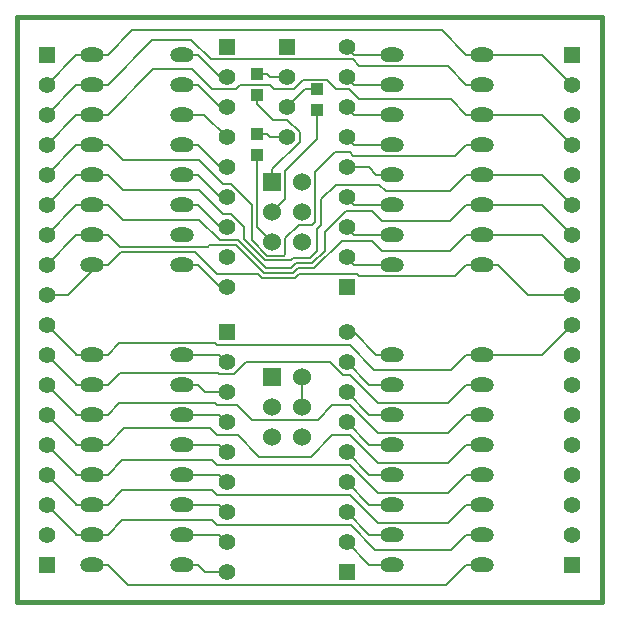
<source format=gtl>
G04 (created by PCBNEW-RS274X (2011-07-08)-stable) date Sun 02 Oct 2011 11:42:34 AM CEST*
G01*
G70*
G90*
%MOIN*%
G04 Gerber Fmt 3.4, Leading zero omitted, Abs format*
%FSLAX34Y34*%
G04 APERTURE LIST*
%ADD10C,0.006000*%
%ADD11C,0.015000*%
%ADD12R,0.043300X0.039300*%
%ADD13R,0.060000X0.060000*%
%ADD14C,0.060000*%
%ADD15R,0.055000X0.055000*%
%ADD16C,0.055000*%
%ADD17O,0.080000X0.050000*%
%ADD18C,0.008000*%
G04 APERTURE END LIST*
G54D10*
G54D11*
X76250Y-13750D02*
X76250Y-33250D01*
X56750Y-13750D02*
X76250Y-13750D01*
X56750Y-33250D02*
X76250Y-33250D01*
X56750Y-13750D02*
X56750Y-33250D01*
G54D12*
X64750Y-16334D03*
X64750Y-15666D03*
X66750Y-16834D03*
X66750Y-16166D03*
X64750Y-18334D03*
X64750Y-17666D03*
G54D13*
X65250Y-25750D03*
G54D14*
X66250Y-25750D03*
X65250Y-26750D03*
X66250Y-26750D03*
X65250Y-27750D03*
X66250Y-27750D03*
G54D13*
X65250Y-19250D03*
G54D14*
X66250Y-19250D03*
X65250Y-20250D03*
X66250Y-20250D03*
X65250Y-21250D03*
X66250Y-21250D03*
G54D15*
X65750Y-14750D03*
G54D16*
X65750Y-15750D03*
X65750Y-16750D03*
X65750Y-17750D03*
G54D15*
X67750Y-32250D03*
G54D16*
X67750Y-31250D03*
X67750Y-30250D03*
X67750Y-29250D03*
X67750Y-28250D03*
X67750Y-27250D03*
X67750Y-26250D03*
X67750Y-25250D03*
X67750Y-24250D03*
G54D15*
X67750Y-22750D03*
G54D16*
X67750Y-21750D03*
X67750Y-20750D03*
X67750Y-19750D03*
X67750Y-18750D03*
X67750Y-17750D03*
X67750Y-16750D03*
X67750Y-15750D03*
X67750Y-14750D03*
G54D15*
X63750Y-24250D03*
G54D16*
X63750Y-25250D03*
X63750Y-26250D03*
X63750Y-27250D03*
X63750Y-28250D03*
X63750Y-29250D03*
X63750Y-30250D03*
X63750Y-31250D03*
X63750Y-32250D03*
G54D15*
X63750Y-14750D03*
G54D16*
X63750Y-15750D03*
X63750Y-16750D03*
X63750Y-17750D03*
X63750Y-18750D03*
X63750Y-19750D03*
X63750Y-20750D03*
X63750Y-21750D03*
X63750Y-22750D03*
G54D15*
X75250Y-32000D03*
G54D16*
X75250Y-31000D03*
X75250Y-30000D03*
X75250Y-29000D03*
X75250Y-28000D03*
X75250Y-27000D03*
X75250Y-26000D03*
X75250Y-25000D03*
X75250Y-24000D03*
G54D15*
X75250Y-15000D03*
G54D16*
X75250Y-16000D03*
X75250Y-17000D03*
X75250Y-18000D03*
X75250Y-19000D03*
X75250Y-20000D03*
X75250Y-21000D03*
X75250Y-22000D03*
X75250Y-23000D03*
G54D15*
X57750Y-32000D03*
G54D16*
X57750Y-31000D03*
X57750Y-30000D03*
X57750Y-29000D03*
X57750Y-28000D03*
X57750Y-27000D03*
X57750Y-26000D03*
X57750Y-25000D03*
X57750Y-24000D03*
G54D15*
X57750Y-15000D03*
G54D16*
X57750Y-16000D03*
X57750Y-17000D03*
X57750Y-18000D03*
X57750Y-19000D03*
X57750Y-20000D03*
X57750Y-21000D03*
X57750Y-22000D03*
X57750Y-23000D03*
G54D17*
X59250Y-15000D03*
X59250Y-16000D03*
X59250Y-17000D03*
X59250Y-18000D03*
X59250Y-19000D03*
X59250Y-20000D03*
X59250Y-21000D03*
X59250Y-22000D03*
X62250Y-22000D03*
X62250Y-21000D03*
X62250Y-20000D03*
X62250Y-19000D03*
X62250Y-18000D03*
X62250Y-17000D03*
X62250Y-16000D03*
X62250Y-15000D03*
X72250Y-22000D03*
X72250Y-21000D03*
X72250Y-20000D03*
X72250Y-19000D03*
X72250Y-18000D03*
X72250Y-17000D03*
X72250Y-16000D03*
X72250Y-15000D03*
X69250Y-15000D03*
X69250Y-16000D03*
X69250Y-17000D03*
X69250Y-18000D03*
X69250Y-19000D03*
X69250Y-20000D03*
X69250Y-21000D03*
X69250Y-22000D03*
X72250Y-32000D03*
X72250Y-31000D03*
X72250Y-30000D03*
X72250Y-29000D03*
X72250Y-28000D03*
X72250Y-27000D03*
X72250Y-26000D03*
X72250Y-25000D03*
X69250Y-25000D03*
X69250Y-26000D03*
X69250Y-27000D03*
X69250Y-28000D03*
X69250Y-29000D03*
X69250Y-30000D03*
X69250Y-31000D03*
X69250Y-32000D03*
X59250Y-25000D03*
X59250Y-26000D03*
X59250Y-27000D03*
X59250Y-28000D03*
X59250Y-29000D03*
X59250Y-30000D03*
X59250Y-31000D03*
X59250Y-32000D03*
X62250Y-32000D03*
X62250Y-31000D03*
X62250Y-30000D03*
X62250Y-29000D03*
X62250Y-28000D03*
X62250Y-27000D03*
X62250Y-26000D03*
X62250Y-25000D03*
G54D18*
X65268Y-17171D02*
X64750Y-16653D01*
X65758Y-17171D02*
X65268Y-17171D01*
X66168Y-17581D02*
X65758Y-17171D01*
X66168Y-17909D02*
X66168Y-17581D01*
X65250Y-18827D02*
X66168Y-17909D01*
X65250Y-19250D02*
X65250Y-18827D01*
X64750Y-16334D02*
X64750Y-16653D01*
X66750Y-17832D02*
X66750Y-16834D01*
X65692Y-18890D02*
X66750Y-17832D01*
X65692Y-19808D02*
X65692Y-18890D01*
X65250Y-20250D02*
X65692Y-19808D01*
X64750Y-20750D02*
X64750Y-18653D01*
X65250Y-21250D02*
X64750Y-20750D01*
X64750Y-18334D02*
X64750Y-18653D01*
X71047Y-32680D02*
X71727Y-32000D01*
X60453Y-32680D02*
X71047Y-32680D01*
X59773Y-32000D02*
X60453Y-32680D01*
X59250Y-32000D02*
X59773Y-32000D01*
X72250Y-32000D02*
X71727Y-32000D01*
X71227Y-31500D02*
X71727Y-31000D01*
X68682Y-31500D02*
X71227Y-31500D01*
X67873Y-30691D02*
X68682Y-31500D01*
X63423Y-30691D02*
X67873Y-30691D01*
X63255Y-30523D02*
X63423Y-30691D01*
X60250Y-30523D02*
X63255Y-30523D01*
X59773Y-31000D02*
X60250Y-30523D01*
X72250Y-31000D02*
X71727Y-31000D01*
X59431Y-31000D02*
X59773Y-31000D01*
X59431Y-31000D02*
X59250Y-31000D01*
X58727Y-30977D02*
X57750Y-30000D01*
X58727Y-31000D02*
X58727Y-30977D01*
X59250Y-31000D02*
X58727Y-31000D01*
X71101Y-30626D02*
X71727Y-30000D01*
X68775Y-30626D02*
X71101Y-30626D01*
X67840Y-29691D02*
X68775Y-30626D01*
X63423Y-29691D02*
X67840Y-29691D01*
X63255Y-29523D02*
X63423Y-29691D01*
X60250Y-29523D02*
X63255Y-29523D01*
X59773Y-30000D02*
X60250Y-29523D01*
X72250Y-30000D02*
X71727Y-30000D01*
X59431Y-30000D02*
X59773Y-30000D01*
X59431Y-30000D02*
X59250Y-30000D01*
X58727Y-29977D02*
X57750Y-29000D01*
X58727Y-30000D02*
X58727Y-29977D01*
X59250Y-30000D02*
X58727Y-30000D01*
X71101Y-29626D02*
X71727Y-29000D01*
X68775Y-29626D02*
X71101Y-29626D01*
X67840Y-28691D02*
X68775Y-29626D01*
X63423Y-28691D02*
X67840Y-28691D01*
X63255Y-28523D02*
X63423Y-28691D01*
X60250Y-28523D02*
X63255Y-28523D01*
X59773Y-29000D02*
X60250Y-28523D01*
X72250Y-29000D02*
X71727Y-29000D01*
X59431Y-29000D02*
X59773Y-29000D01*
X59431Y-29000D02*
X59250Y-29000D01*
X58727Y-28977D02*
X57750Y-28000D01*
X58727Y-29000D02*
X58727Y-28977D01*
X59250Y-29000D02*
X58727Y-29000D01*
X71101Y-28626D02*
X71727Y-28000D01*
X68775Y-28626D02*
X71101Y-28626D01*
X67840Y-27691D02*
X68775Y-28626D01*
X67260Y-27691D02*
X67840Y-27691D01*
X66543Y-28408D02*
X67260Y-27691D01*
X64818Y-28408D02*
X66543Y-28408D01*
X64101Y-27691D02*
X64818Y-28408D01*
X63424Y-27691D02*
X64101Y-27691D01*
X63174Y-27441D02*
X63424Y-27691D01*
X60332Y-27441D02*
X63174Y-27441D01*
X59773Y-28000D02*
X60332Y-27441D01*
X72250Y-28000D02*
X71727Y-28000D01*
X59431Y-28000D02*
X59773Y-28000D01*
X59431Y-28000D02*
X59250Y-28000D01*
X58727Y-27977D02*
X57750Y-27000D01*
X58727Y-28000D02*
X58727Y-27977D01*
X59250Y-28000D02*
X58727Y-28000D01*
X71101Y-27626D02*
X71727Y-27000D01*
X68775Y-27626D02*
X71101Y-27626D01*
X67840Y-26691D02*
X68775Y-27626D01*
X67260Y-26691D02*
X67840Y-26691D01*
X66768Y-27183D02*
X67260Y-26691D01*
X64570Y-27183D02*
X66768Y-27183D01*
X64078Y-26691D02*
X64570Y-27183D01*
X63423Y-26691D02*
X64078Y-26691D01*
X63356Y-26624D02*
X63423Y-26691D01*
X60149Y-26624D02*
X63356Y-26624D01*
X59773Y-27000D02*
X60149Y-26624D01*
X72250Y-27000D02*
X71727Y-27000D01*
X59431Y-27000D02*
X59773Y-27000D01*
X59431Y-27000D02*
X59250Y-27000D01*
X58727Y-26977D02*
X57750Y-26000D01*
X58727Y-27000D02*
X58727Y-26977D01*
X59250Y-27000D02*
X58727Y-27000D01*
X72250Y-26000D02*
X71727Y-26000D01*
X59469Y-26000D02*
X59773Y-26000D01*
X59469Y-26000D02*
X59250Y-26000D01*
X58727Y-25977D02*
X57750Y-25000D01*
X58727Y-26000D02*
X58727Y-25977D01*
X59250Y-26000D02*
X58727Y-26000D01*
X60170Y-25603D02*
X59773Y-26000D01*
X63438Y-25603D02*
X60170Y-25603D01*
X63484Y-25649D02*
X63438Y-25603D01*
X63976Y-25649D02*
X63484Y-25649D01*
X64378Y-25247D02*
X63976Y-25649D01*
X67185Y-25247D02*
X64378Y-25247D01*
X67629Y-25691D02*
X67185Y-25247D01*
X67840Y-25691D02*
X67629Y-25691D01*
X68775Y-26626D02*
X67840Y-25691D01*
X71101Y-26626D02*
X68775Y-26626D01*
X71727Y-26000D02*
X71101Y-26626D01*
X74250Y-25000D02*
X72250Y-25000D01*
X75250Y-24000D02*
X74250Y-25000D01*
X72250Y-25000D02*
X71727Y-25000D01*
X71227Y-25500D02*
X71727Y-25000D01*
X68649Y-25500D02*
X71227Y-25500D01*
X67840Y-24691D02*
X68649Y-25500D01*
X63423Y-24691D02*
X67840Y-24691D01*
X63358Y-24626D02*
X63423Y-24691D01*
X60147Y-24626D02*
X63358Y-24626D01*
X59773Y-25000D02*
X60147Y-24626D01*
X58727Y-24977D02*
X57750Y-24000D01*
X58727Y-25000D02*
X58727Y-24977D01*
X59250Y-25000D02*
X58727Y-25000D01*
X59250Y-25000D02*
X59773Y-25000D01*
X72250Y-22000D02*
X71727Y-22000D01*
X59512Y-22000D02*
X59452Y-22000D01*
X59250Y-22000D02*
X59452Y-22000D01*
X59512Y-22000D02*
X59773Y-22000D01*
X58452Y-23000D02*
X57750Y-23000D01*
X59452Y-22000D02*
X58452Y-23000D01*
X73773Y-23000D02*
X72773Y-22000D01*
X75250Y-23000D02*
X73773Y-23000D01*
X72250Y-22000D02*
X72773Y-22000D01*
X71353Y-22374D02*
X71727Y-22000D01*
X68142Y-22374D02*
X71353Y-22374D01*
X68077Y-22309D02*
X68142Y-22374D01*
X66162Y-22309D02*
X68077Y-22309D01*
X66022Y-22449D02*
X66162Y-22309D01*
X64922Y-22449D02*
X66022Y-22449D01*
X64782Y-22309D02*
X64922Y-22449D01*
X63430Y-22309D02*
X64782Y-22309D01*
X62689Y-21568D02*
X63430Y-22309D01*
X60205Y-21568D02*
X62689Y-21568D01*
X59773Y-22000D02*
X60205Y-21568D01*
X58727Y-21023D02*
X57750Y-22000D01*
X58727Y-21000D02*
X58727Y-21023D01*
X59250Y-21000D02*
X58727Y-21000D01*
X74250Y-21000D02*
X72250Y-21000D01*
X75250Y-22000D02*
X74250Y-21000D01*
X72250Y-21000D02*
X71727Y-21000D01*
X59250Y-21000D02*
X59773Y-21000D01*
X71169Y-21558D02*
X71727Y-21000D01*
X68933Y-21558D02*
X71169Y-21558D01*
X68576Y-21201D02*
X68933Y-21558D01*
X67574Y-21201D02*
X68576Y-21201D01*
X66652Y-22123D02*
X67574Y-21201D01*
X66117Y-22123D02*
X66652Y-22123D01*
X65954Y-22286D02*
X66117Y-22123D01*
X64990Y-22286D02*
X65954Y-22286D01*
X64055Y-21351D02*
X64990Y-22286D01*
X63165Y-21351D02*
X64055Y-21351D01*
X63112Y-21404D02*
X63165Y-21351D01*
X60177Y-21404D02*
X63112Y-21404D01*
X59773Y-21000D02*
X60177Y-21404D01*
X58727Y-20023D02*
X57750Y-21000D01*
X58727Y-20000D02*
X58727Y-20023D01*
X59250Y-20000D02*
X58727Y-20000D01*
X74250Y-20000D02*
X72250Y-20000D01*
X75250Y-21000D02*
X74250Y-20000D01*
X72250Y-20000D02*
X71727Y-20000D01*
X59250Y-20000D02*
X59773Y-20000D01*
X71169Y-20558D02*
X71727Y-20000D01*
X68933Y-20558D02*
X71169Y-20558D01*
X68576Y-20201D02*
X68933Y-20558D01*
X67729Y-20201D02*
X68576Y-20201D01*
X67007Y-20923D02*
X67729Y-20201D01*
X67007Y-21537D02*
X67007Y-20923D01*
X66584Y-21960D02*
X67007Y-21537D01*
X66049Y-21960D02*
X66584Y-21960D01*
X65886Y-22123D02*
X66049Y-21960D01*
X65058Y-22123D02*
X65886Y-22123D01*
X64122Y-21187D02*
X65058Y-22123D01*
X63505Y-21187D02*
X64122Y-21187D01*
X62818Y-20500D02*
X63505Y-21187D01*
X60273Y-20500D02*
X62818Y-20500D01*
X59773Y-20000D02*
X60273Y-20500D01*
X58727Y-19023D02*
X58727Y-19000D01*
X57750Y-20000D02*
X58727Y-19023D01*
X59250Y-19000D02*
X58727Y-19000D01*
X74250Y-19000D02*
X72250Y-19000D01*
X75250Y-20000D02*
X74250Y-19000D01*
X72250Y-19000D02*
X71727Y-19000D01*
X59250Y-19000D02*
X59773Y-19000D01*
X71169Y-19558D02*
X71727Y-19000D01*
X69053Y-19558D02*
X71169Y-19558D01*
X68833Y-19338D02*
X69053Y-19558D01*
X67373Y-19338D02*
X68833Y-19338D01*
X66883Y-19828D02*
X67373Y-19338D01*
X66883Y-20692D02*
X66883Y-19828D01*
X66751Y-20824D02*
X66883Y-20692D01*
X66751Y-21562D02*
X66751Y-20824D01*
X66516Y-21797D02*
X66751Y-21562D01*
X65935Y-21797D02*
X66516Y-21797D01*
X65867Y-21865D02*
X65935Y-21797D01*
X65031Y-21865D02*
X65867Y-21865D01*
X64326Y-21160D02*
X65031Y-21865D01*
X64326Y-20763D02*
X64326Y-21160D01*
X63872Y-20309D02*
X64326Y-20763D01*
X63627Y-20309D02*
X63872Y-20309D01*
X62818Y-19500D02*
X63627Y-20309D01*
X60273Y-19500D02*
X62818Y-19500D01*
X59773Y-19000D02*
X60273Y-19500D01*
X58727Y-18023D02*
X57750Y-19000D01*
X58727Y-18000D02*
X58727Y-18023D01*
X59069Y-18000D02*
X58727Y-18000D01*
X59069Y-18000D02*
X59250Y-18000D01*
X60273Y-18500D02*
X59773Y-18000D01*
X62818Y-18500D02*
X60273Y-18500D01*
X63627Y-19309D02*
X62818Y-18500D01*
X63872Y-19309D02*
X63627Y-19309D01*
X64586Y-20023D02*
X63872Y-19309D01*
X64586Y-21188D02*
X64586Y-20023D01*
X65099Y-21701D02*
X64586Y-21188D01*
X65638Y-21701D02*
X65099Y-21701D01*
X65687Y-21652D02*
X65638Y-21701D01*
X65687Y-21131D02*
X65687Y-21652D01*
X66144Y-20674D02*
X65687Y-21131D01*
X66587Y-20674D02*
X66144Y-20674D01*
X66694Y-20567D02*
X66587Y-20674D01*
X66694Y-18920D02*
X66694Y-20567D01*
X67351Y-18263D02*
X66694Y-18920D01*
X67840Y-18263D02*
X67351Y-18263D01*
X67952Y-18375D02*
X67840Y-18263D01*
X71352Y-18375D02*
X67952Y-18375D01*
X71727Y-18000D02*
X71352Y-18375D01*
X72250Y-18000D02*
X71727Y-18000D01*
X59250Y-18000D02*
X59773Y-18000D01*
X58727Y-17023D02*
X57750Y-18000D01*
X58727Y-17000D02*
X58727Y-17023D01*
X59250Y-17000D02*
X58727Y-17000D01*
X74250Y-17000D02*
X72250Y-17000D01*
X75250Y-18000D02*
X74250Y-17000D01*
X72250Y-17000D02*
X71727Y-17000D01*
X59250Y-17000D02*
X59773Y-17000D01*
X71204Y-16477D02*
X71727Y-17000D01*
X68137Y-16477D02*
X71204Y-16477D01*
X67824Y-16164D02*
X68137Y-16477D01*
X67387Y-16164D02*
X67824Y-16164D01*
X67068Y-15845D02*
X67387Y-16164D01*
X66273Y-15845D02*
X67068Y-15845D01*
X65969Y-16149D02*
X66273Y-15845D01*
X65309Y-16149D02*
X65969Y-16149D01*
X65173Y-16013D02*
X65309Y-16149D01*
X64171Y-16013D02*
X65173Y-16013D01*
X64035Y-16149D02*
X64171Y-16013D01*
X63249Y-16149D02*
X64035Y-16149D01*
X62595Y-15495D02*
X63249Y-16149D01*
X61278Y-15495D02*
X62595Y-15495D01*
X59773Y-17000D02*
X61278Y-15495D01*
X72250Y-16000D02*
X71727Y-16000D01*
X61256Y-14517D02*
X59773Y-16000D01*
X62562Y-14517D02*
X61256Y-14517D01*
X63209Y-15164D02*
X62562Y-14517D01*
X67939Y-15164D02*
X63209Y-15164D01*
X68149Y-15374D02*
X67939Y-15164D01*
X71101Y-15374D02*
X68149Y-15374D01*
X71727Y-16000D02*
X71101Y-15374D01*
X58727Y-16023D02*
X57750Y-17000D01*
X58727Y-16000D02*
X58727Y-16023D01*
X59250Y-16000D02*
X58727Y-16000D01*
X59250Y-16000D02*
X59773Y-16000D01*
X58727Y-15023D02*
X57750Y-16000D01*
X58727Y-15000D02*
X58727Y-15023D01*
X59250Y-15000D02*
X58727Y-15000D01*
X74250Y-15000D02*
X75250Y-16000D01*
X72250Y-15000D02*
X74250Y-15000D01*
X60586Y-14187D02*
X59773Y-15000D01*
X70914Y-14187D02*
X60586Y-14187D01*
X71727Y-15000D02*
X70914Y-14187D01*
X72250Y-15000D02*
X71727Y-15000D01*
X59250Y-15000D02*
X59773Y-15000D01*
X63500Y-29000D02*
X63750Y-29250D01*
X62250Y-29000D02*
X63500Y-29000D01*
X66334Y-16166D02*
X66750Y-16166D01*
X65750Y-16750D02*
X66334Y-16166D01*
X63023Y-32250D02*
X63750Y-32250D01*
X62773Y-32000D02*
X63023Y-32250D01*
X62250Y-32000D02*
X62773Y-32000D01*
X63500Y-31000D02*
X63750Y-31250D01*
X62250Y-31000D02*
X63500Y-31000D01*
X63500Y-30000D02*
X63750Y-30250D01*
X62250Y-30000D02*
X63500Y-30000D01*
X63500Y-28000D02*
X63750Y-28250D01*
X62250Y-28000D02*
X63500Y-28000D01*
X63500Y-27000D02*
X63750Y-27250D01*
X62250Y-27000D02*
X63500Y-27000D01*
X62250Y-26000D02*
X62773Y-26000D01*
X63023Y-26250D02*
X63750Y-26250D01*
X62773Y-26000D02*
X63023Y-26250D01*
X63500Y-25000D02*
X63750Y-25250D01*
X62250Y-25000D02*
X63500Y-25000D01*
X68000Y-15000D02*
X67750Y-14750D01*
X69250Y-15000D02*
X68000Y-15000D01*
X68000Y-16000D02*
X67750Y-15750D01*
X69250Y-16000D02*
X68000Y-16000D01*
X68000Y-18000D02*
X67750Y-17750D01*
X69250Y-18000D02*
X68000Y-18000D01*
X68477Y-18750D02*
X67750Y-18750D01*
X68727Y-19000D02*
X68477Y-18750D01*
X69250Y-19000D02*
X68727Y-19000D01*
X68000Y-20000D02*
X67750Y-19750D01*
X69250Y-20000D02*
X68000Y-20000D01*
X68000Y-21000D02*
X67750Y-20750D01*
X69250Y-21000D02*
X68000Y-21000D01*
X68000Y-22000D02*
X67750Y-21750D01*
X69250Y-22000D02*
X68000Y-22000D01*
X68500Y-32000D02*
X67750Y-31250D01*
X69250Y-32000D02*
X68500Y-32000D01*
X67977Y-24250D02*
X67750Y-24250D01*
X68727Y-25000D02*
X67977Y-24250D01*
X69250Y-25000D02*
X68727Y-25000D01*
X68500Y-26000D02*
X67750Y-25250D01*
X69250Y-26000D02*
X68500Y-26000D01*
X68500Y-27000D02*
X67750Y-26250D01*
X69250Y-27000D02*
X68500Y-27000D01*
X68500Y-28000D02*
X67750Y-27250D01*
X69250Y-28000D02*
X68500Y-28000D01*
X68500Y-29000D02*
X67750Y-28250D01*
X69250Y-29000D02*
X68500Y-29000D01*
X68500Y-30000D02*
X67750Y-29250D01*
X69250Y-30000D02*
X68500Y-30000D01*
X68500Y-31000D02*
X67750Y-30250D01*
X69250Y-31000D02*
X68500Y-31000D01*
X68000Y-17000D02*
X67750Y-16750D01*
X69250Y-17000D02*
X68000Y-17000D01*
X63523Y-15750D02*
X63750Y-15750D01*
X62773Y-15000D02*
X63523Y-15750D01*
X62250Y-15000D02*
X62773Y-15000D01*
X63523Y-16750D02*
X63750Y-16750D01*
X62773Y-16000D02*
X63523Y-16750D01*
X62250Y-16000D02*
X62773Y-16000D01*
X62250Y-17000D02*
X62773Y-17000D01*
X63000Y-17000D02*
X62773Y-17000D01*
X63750Y-17750D02*
X63000Y-17000D01*
X63523Y-18750D02*
X63750Y-18750D01*
X62773Y-18000D02*
X63523Y-18750D01*
X62250Y-18000D02*
X62773Y-18000D01*
X63523Y-19750D02*
X63750Y-19750D01*
X62773Y-19000D02*
X63523Y-19750D01*
X62250Y-19000D02*
X62773Y-19000D01*
X63523Y-20750D02*
X63750Y-20750D01*
X62773Y-20000D02*
X63523Y-20750D01*
X62250Y-20000D02*
X62773Y-20000D01*
X63523Y-22750D02*
X63750Y-22750D01*
X62773Y-22000D02*
X63523Y-22750D01*
X62250Y-22000D02*
X62773Y-22000D01*
X65173Y-17750D02*
X65089Y-17666D01*
X65750Y-17750D02*
X65173Y-17750D01*
X64750Y-17666D02*
X65089Y-17666D01*
X65173Y-15750D02*
X65089Y-15666D01*
X65750Y-15750D02*
X65173Y-15750D01*
X64750Y-15666D02*
X65089Y-15666D01*
X66250Y-25750D02*
X66250Y-26750D01*
M02*

</source>
